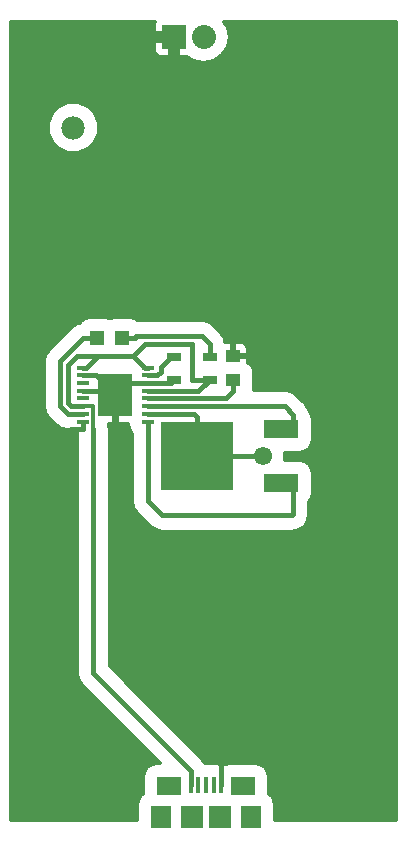
<source format=gbr>
G04 #@! TF.FileFunction,Copper,L1,Top,Signal*
%FSLAX46Y46*%
G04 Gerber Fmt 4.6, Leading zero omitted, Abs format (unit mm)*
G04 Created by KiCad (PCBNEW 4.0.3+e1-6302~38~ubuntu16.04.1-stable) date Thu Sep 15 15:36:45 2016*
%MOMM*%
%LPD*%
G01*
G04 APERTURE LIST*
%ADD10C,0.100000*%
%ADD11R,2.032000X2.032000*%
%ADD12O,2.032000X2.032000*%
%ADD13C,1.980000*%
%ADD14C,1.550000*%
%ADD15R,1.250000X1.000000*%
%ADD16R,1.198880X1.198880*%
%ADD17R,1.300000X0.700000*%
%ADD18R,1.050000X0.450000*%
%ADD19R,2.940000X3.580000*%
%ADD20R,3.000000X1.600000*%
%ADD21R,6.200000X5.800000*%
%ADD22R,1.800000X1.900000*%
%ADD23R,1.900000X1.900000*%
%ADD24R,2.100000X1.600000*%
%ADD25R,0.400000X1.350000*%
%ADD26C,0.450000*%
%ADD27C,1.000000*%
%ADD28C,0.350000*%
%ADD29C,0.300000*%
G04 APERTURE END LIST*
D10*
D11*
X154960000Y-52500000D03*
D12*
X157500000Y-52500000D03*
D13*
X146470000Y-60175000D03*
D14*
X150000000Y-70000000D03*
D15*
X160000000Y-81500000D03*
X160000000Y-79500000D03*
D16*
X150598040Y-78000000D03*
X148500000Y-78000000D03*
D17*
X158000000Y-81500000D03*
X158000000Y-79600000D03*
X155000000Y-79600000D03*
X155000000Y-81500000D03*
D18*
X152800000Y-85050000D03*
D19*
X150025000Y-82775000D03*
D18*
X152800000Y-83750000D03*
X152800000Y-84400000D03*
X152800000Y-83100000D03*
X152800000Y-82450000D03*
X152800000Y-81800000D03*
X152800000Y-81150000D03*
X152800000Y-80500000D03*
X147250000Y-85050000D03*
X147250000Y-84400000D03*
X147250000Y-83750000D03*
X147250000Y-83100000D03*
X147250000Y-82450000D03*
X147250000Y-81800000D03*
X147250000Y-81150000D03*
X147250000Y-80500000D03*
D20*
X164080000Y-90286000D03*
X164080000Y-85714000D03*
D21*
X156900000Y-88000000D03*
D22*
X161500000Y-118500000D03*
X153900000Y-118500000D03*
D23*
X156500000Y-118500000D03*
X158900000Y-118500000D03*
D24*
X154600000Y-115950000D03*
X160800000Y-115950000D03*
D25*
X156400000Y-115825000D03*
X157050000Y-115825000D03*
X157700000Y-115825000D03*
X158350000Y-115825000D03*
X159000000Y-115825000D03*
D14*
X162500000Y-88000000D03*
D26*
X152800000Y-83100000D02*
X159400000Y-83100000D01*
X159400000Y-83100000D02*
X160000000Y-82500000D01*
X160000000Y-82500000D02*
X160000000Y-81500000D01*
D27*
X154960000Y-52500000D02*
X153000000Y-52500000D01*
X154960000Y-52500000D02*
X154960000Y-54460000D01*
D26*
X159000000Y-114300000D02*
X159000000Y-114000000D01*
X146275000Y-85725000D02*
X146000000Y-86000000D01*
X147250000Y-85725000D02*
X146275000Y-85725000D01*
X147250000Y-85050000D02*
X147250000Y-85725000D01*
X147250000Y-81150000D02*
X148400000Y-81150000D01*
X148400000Y-81150000D02*
X150025000Y-82775000D01*
X159000000Y-115825000D02*
X159000000Y-114300000D01*
X150025000Y-82775000D02*
X150025000Y-86475000D01*
X150025000Y-86475000D02*
X150000000Y-86500000D01*
X152800000Y-81800000D02*
X154700000Y-81800000D01*
X154700000Y-81800000D02*
X155000000Y-81500000D01*
X152800000Y-81800000D02*
X151000000Y-81800000D01*
X151000000Y-81800000D02*
X150025000Y-82775000D01*
X147250000Y-82450000D02*
X149700000Y-82450000D01*
X149700000Y-82450000D02*
X150025000Y-82775000D01*
X158000000Y-78500000D02*
X157349990Y-77849990D01*
X157349990Y-77849990D02*
X151797490Y-77849990D01*
X151797490Y-77849990D02*
X151647480Y-78000000D01*
X151647480Y-78000000D02*
X150598040Y-78000000D01*
X158000000Y-78500000D02*
X158000000Y-79600000D01*
X148500000Y-78000000D02*
X147315746Y-78000000D01*
X145980747Y-84399999D02*
X146100001Y-84399999D01*
X147315746Y-78000000D02*
X145349990Y-79965756D01*
X145349990Y-79965756D02*
X145349990Y-83769242D01*
X145349990Y-83769242D02*
X145980747Y-84399999D01*
X147250000Y-84400000D02*
X146100001Y-84399999D01*
X156400000Y-115825000D02*
X156400000Y-114600000D01*
X156400000Y-114600000D02*
X148150001Y-106350001D01*
X148150001Y-106350001D02*
X148150000Y-85650000D01*
D28*
X148150000Y-85450000D02*
X148150000Y-85650000D01*
X148150000Y-84350000D02*
X148150000Y-85450000D01*
X148150000Y-83750000D02*
X148150000Y-84350000D01*
X147250000Y-83750000D02*
X148150000Y-83750000D01*
D26*
X147000000Y-79500000D02*
X146734998Y-79500000D01*
X146734998Y-79500000D02*
X146000000Y-80234998D01*
X146000000Y-80234998D02*
X146000000Y-83500000D01*
X146000000Y-83500000D02*
X146250000Y-83750000D01*
X147000000Y-79500000D02*
X148660000Y-79500000D01*
X148660000Y-79500000D02*
X151500000Y-79500000D01*
X147250000Y-80500000D02*
X147550000Y-80500000D01*
X147550000Y-80500000D02*
X148550000Y-79500000D01*
X148550000Y-79500000D02*
X148660000Y-79500000D01*
X152800000Y-82450000D02*
X157050000Y-82450000D01*
X157050000Y-82450000D02*
X158000000Y-81500000D01*
X152500000Y-78500000D02*
X151500000Y-79500000D01*
X156500000Y-78500000D02*
X152500000Y-78500000D01*
X156500000Y-81500000D02*
X156500000Y-78500000D01*
X158000000Y-81500000D02*
X156500000Y-81500000D01*
X151500000Y-79500000D02*
X152500000Y-80500000D01*
X152500000Y-80500000D02*
X152800000Y-80500000D01*
X147250000Y-83750000D02*
X146250000Y-83750000D01*
X152800000Y-81150000D02*
X153584998Y-81150000D01*
X153584998Y-81150000D02*
X153900000Y-80834998D01*
X153900000Y-80400000D02*
X154700000Y-79600000D01*
X153900000Y-80834998D02*
X153900000Y-80400000D01*
X154700000Y-79600000D02*
X155000000Y-79600000D01*
X165000000Y-93000000D02*
X165080000Y-92920000D01*
X165080000Y-92920000D02*
X165080000Y-90286000D01*
X154000000Y-93000000D02*
X165000000Y-93000000D01*
X152800000Y-91800000D02*
X154000000Y-93000000D01*
X152800000Y-85050000D02*
X152800000Y-91800000D01*
X152800000Y-83750000D02*
X164366000Y-83750000D01*
X164366000Y-83750000D02*
X165080000Y-84464000D01*
X165080000Y-84464000D02*
X165080000Y-85714000D01*
X162500000Y-88000000D02*
X156900000Y-88000000D01*
X152800000Y-84400000D02*
X156650000Y-84400000D01*
X156650000Y-84400000D02*
X156900000Y-84650000D01*
X156900000Y-84650000D02*
X156900000Y-88000000D01*
D29*
G36*
X153286000Y-51353115D02*
X153286000Y-52231500D01*
X153450500Y-52396000D01*
X154856000Y-52396000D01*
X154856000Y-52376000D01*
X155064000Y-52376000D01*
X155064000Y-52396000D01*
X155084000Y-52396000D01*
X155084000Y-52604000D01*
X155064000Y-52604000D01*
X155064000Y-54009500D01*
X155228500Y-54174000D01*
X156106884Y-54174000D01*
X156126772Y-54165762D01*
X156628674Y-54501123D01*
X157457566Y-54666000D01*
X157542434Y-54666000D01*
X158371326Y-54501123D01*
X159074027Y-54031593D01*
X159543557Y-53328892D01*
X159708434Y-52500000D01*
X159543557Y-51671108D01*
X159245477Y-51225000D01*
X173775000Y-51225000D01*
X173775000Y-118775000D01*
X163572529Y-118775000D01*
X163572529Y-117550000D01*
X163492341Y-117123836D01*
X163240478Y-116732430D01*
X163022529Y-116583512D01*
X163022529Y-115150000D01*
X162942341Y-114723836D01*
X162690478Y-114332430D01*
X162306179Y-114069850D01*
X161850000Y-113977471D01*
X159750000Y-113977471D01*
X159323836Y-114057659D01*
X159151056Y-114168840D01*
X159006179Y-114069850D01*
X158550000Y-113977471D01*
X158150000Y-113977471D01*
X158020411Y-114001855D01*
X157900000Y-113977471D01*
X157605962Y-113977471D01*
X157372272Y-113627728D01*
X157372269Y-113627726D01*
X149525001Y-105780457D01*
X149525000Y-85650000D01*
X149475000Y-85398634D01*
X149475000Y-85223000D01*
X149756500Y-85223000D01*
X149921000Y-85058500D01*
X149921000Y-82879000D01*
X149901000Y-82879000D01*
X149901000Y-82671000D01*
X149921000Y-82671000D01*
X149921000Y-82651000D01*
X150129000Y-82651000D01*
X150129000Y-82671000D01*
X150149000Y-82671000D01*
X150149000Y-82879000D01*
X150129000Y-82879000D01*
X150129000Y-85058500D01*
X150293500Y-85223000D01*
X151102471Y-85223000D01*
X151102471Y-85275000D01*
X151182659Y-85701164D01*
X151425000Y-86077772D01*
X151425000Y-91800000D01*
X151529666Y-92326190D01*
X151628303Y-92473811D01*
X151827728Y-92772272D01*
X153027728Y-93972272D01*
X153473810Y-94270334D01*
X154000000Y-94375000D01*
X165000000Y-94375000D01*
X165526190Y-94270334D01*
X165972272Y-93972272D01*
X166052272Y-93892272D01*
X166350334Y-93446190D01*
X166455000Y-92920000D01*
X166455000Y-91842426D01*
X166660150Y-91542179D01*
X166752529Y-91086000D01*
X166752529Y-89486000D01*
X166672341Y-89059836D01*
X166420478Y-88668430D01*
X166036179Y-88405850D01*
X165580000Y-88313471D01*
X164424727Y-88313471D01*
X164425274Y-87686529D01*
X165580000Y-87686529D01*
X166006164Y-87606341D01*
X166397570Y-87354478D01*
X166660150Y-86970179D01*
X166752529Y-86514000D01*
X166752529Y-84914000D01*
X166672341Y-84487836D01*
X166420478Y-84096430D01*
X166375815Y-84065913D01*
X166350334Y-83937810D01*
X166052272Y-83491728D01*
X166052269Y-83491726D01*
X165338272Y-82777728D01*
X165178542Y-82671000D01*
X164892190Y-82479666D01*
X164366000Y-82375000D01*
X161721589Y-82375000D01*
X161797529Y-82000000D01*
X161797529Y-81000000D01*
X161717341Y-80573836D01*
X161465478Y-80182430D01*
X161283000Y-80057748D01*
X161283000Y-79768500D01*
X161118500Y-79604000D01*
X160104000Y-79604000D01*
X160104000Y-79624000D01*
X159896000Y-79624000D01*
X159896000Y-79604000D01*
X159876000Y-79604000D01*
X159876000Y-79396000D01*
X159896000Y-79396000D01*
X159896000Y-78506500D01*
X160104000Y-78506500D01*
X160104000Y-79396000D01*
X161118500Y-79396000D01*
X161283000Y-79231500D01*
X161283000Y-78869116D01*
X161182826Y-78627273D01*
X160997727Y-78442175D01*
X160755885Y-78342000D01*
X160268500Y-78342000D01*
X160104000Y-78506500D01*
X159896000Y-78506500D01*
X159731500Y-78342000D01*
X159358129Y-78342000D01*
X159341282Y-78330489D01*
X159270334Y-77973810D01*
X158972272Y-77527728D01*
X158322262Y-76877718D01*
X158100686Y-76729666D01*
X157876180Y-76579656D01*
X157349990Y-76474990D01*
X151879895Y-76474990D01*
X151653659Y-76320410D01*
X151197480Y-76228031D01*
X149998600Y-76228031D01*
X149572436Y-76308219D01*
X149554000Y-76320082D01*
X149099440Y-76228031D01*
X147900560Y-76228031D01*
X147474396Y-76308219D01*
X147082990Y-76560082D01*
X146995047Y-76688791D01*
X146789556Y-76729666D01*
X146468212Y-76944381D01*
X146343474Y-77027728D01*
X144377718Y-78993484D01*
X144079656Y-79439566D01*
X143974990Y-79965756D01*
X143974990Y-83769242D01*
X144079656Y-84295432D01*
X144332497Y-84673836D01*
X144377718Y-84741514D01*
X145008475Y-85372271D01*
X145454557Y-85670333D01*
X145980747Y-85774999D01*
X146294447Y-85774999D01*
X146352273Y-85832825D01*
X146594115Y-85933000D01*
X146775000Y-85933000D01*
X146775001Y-106350001D01*
X146879667Y-106876191D01*
X147177729Y-107322273D01*
X153832928Y-113977471D01*
X153550000Y-113977471D01*
X153123836Y-114057659D01*
X152732430Y-114309522D01*
X152469850Y-114693821D01*
X152377471Y-115150000D01*
X152377471Y-116584016D01*
X152182430Y-116709522D01*
X151919850Y-117093821D01*
X151827471Y-117550000D01*
X151827471Y-118775000D01*
X141225000Y-118775000D01*
X141225000Y-60598805D01*
X144329629Y-60598805D01*
X144654739Y-61385629D01*
X145256205Y-61988146D01*
X146042460Y-62314628D01*
X146893805Y-62315371D01*
X147680629Y-61990261D01*
X148283146Y-61388795D01*
X148609628Y-60602540D01*
X148610371Y-59751195D01*
X148285261Y-58964371D01*
X147683795Y-58361854D01*
X146897540Y-58035372D01*
X146046195Y-58034629D01*
X145259371Y-58359739D01*
X144656854Y-58961205D01*
X144330372Y-59747460D01*
X144329629Y-60598805D01*
X141225000Y-60598805D01*
X141225000Y-52768500D01*
X153286000Y-52768500D01*
X153286000Y-53646885D01*
X153386175Y-53888727D01*
X153571273Y-54073826D01*
X153813116Y-54174000D01*
X154691500Y-54174000D01*
X154856000Y-54009500D01*
X154856000Y-52604000D01*
X153450500Y-52604000D01*
X153286000Y-52768500D01*
X141225000Y-52768500D01*
X141225000Y-51225000D01*
X153339067Y-51225000D01*
X153286000Y-51353115D01*
X153286000Y-51353115D01*
G37*
X153286000Y-51353115D02*
X153286000Y-52231500D01*
X153450500Y-52396000D01*
X154856000Y-52396000D01*
X154856000Y-52376000D01*
X155064000Y-52376000D01*
X155064000Y-52396000D01*
X155084000Y-52396000D01*
X155084000Y-52604000D01*
X155064000Y-52604000D01*
X155064000Y-54009500D01*
X155228500Y-54174000D01*
X156106884Y-54174000D01*
X156126772Y-54165762D01*
X156628674Y-54501123D01*
X157457566Y-54666000D01*
X157542434Y-54666000D01*
X158371326Y-54501123D01*
X159074027Y-54031593D01*
X159543557Y-53328892D01*
X159708434Y-52500000D01*
X159543557Y-51671108D01*
X159245477Y-51225000D01*
X173775000Y-51225000D01*
X173775000Y-118775000D01*
X163572529Y-118775000D01*
X163572529Y-117550000D01*
X163492341Y-117123836D01*
X163240478Y-116732430D01*
X163022529Y-116583512D01*
X163022529Y-115150000D01*
X162942341Y-114723836D01*
X162690478Y-114332430D01*
X162306179Y-114069850D01*
X161850000Y-113977471D01*
X159750000Y-113977471D01*
X159323836Y-114057659D01*
X159151056Y-114168840D01*
X159006179Y-114069850D01*
X158550000Y-113977471D01*
X158150000Y-113977471D01*
X158020411Y-114001855D01*
X157900000Y-113977471D01*
X157605962Y-113977471D01*
X157372272Y-113627728D01*
X157372269Y-113627726D01*
X149525001Y-105780457D01*
X149525000Y-85650000D01*
X149475000Y-85398634D01*
X149475000Y-85223000D01*
X149756500Y-85223000D01*
X149921000Y-85058500D01*
X149921000Y-82879000D01*
X149901000Y-82879000D01*
X149901000Y-82671000D01*
X149921000Y-82671000D01*
X149921000Y-82651000D01*
X150129000Y-82651000D01*
X150129000Y-82671000D01*
X150149000Y-82671000D01*
X150149000Y-82879000D01*
X150129000Y-82879000D01*
X150129000Y-85058500D01*
X150293500Y-85223000D01*
X151102471Y-85223000D01*
X151102471Y-85275000D01*
X151182659Y-85701164D01*
X151425000Y-86077772D01*
X151425000Y-91800000D01*
X151529666Y-92326190D01*
X151628303Y-92473811D01*
X151827728Y-92772272D01*
X153027728Y-93972272D01*
X153473810Y-94270334D01*
X154000000Y-94375000D01*
X165000000Y-94375000D01*
X165526190Y-94270334D01*
X165972272Y-93972272D01*
X166052272Y-93892272D01*
X166350334Y-93446190D01*
X166455000Y-92920000D01*
X166455000Y-91842426D01*
X166660150Y-91542179D01*
X166752529Y-91086000D01*
X166752529Y-89486000D01*
X166672341Y-89059836D01*
X166420478Y-88668430D01*
X166036179Y-88405850D01*
X165580000Y-88313471D01*
X164424727Y-88313471D01*
X164425274Y-87686529D01*
X165580000Y-87686529D01*
X166006164Y-87606341D01*
X166397570Y-87354478D01*
X166660150Y-86970179D01*
X166752529Y-86514000D01*
X166752529Y-84914000D01*
X166672341Y-84487836D01*
X166420478Y-84096430D01*
X166375815Y-84065913D01*
X166350334Y-83937810D01*
X166052272Y-83491728D01*
X166052269Y-83491726D01*
X165338272Y-82777728D01*
X165178542Y-82671000D01*
X164892190Y-82479666D01*
X164366000Y-82375000D01*
X161721589Y-82375000D01*
X161797529Y-82000000D01*
X161797529Y-81000000D01*
X161717341Y-80573836D01*
X161465478Y-80182430D01*
X161283000Y-80057748D01*
X161283000Y-79768500D01*
X161118500Y-79604000D01*
X160104000Y-79604000D01*
X160104000Y-79624000D01*
X159896000Y-79624000D01*
X159896000Y-79604000D01*
X159876000Y-79604000D01*
X159876000Y-79396000D01*
X159896000Y-79396000D01*
X159896000Y-78506500D01*
X160104000Y-78506500D01*
X160104000Y-79396000D01*
X161118500Y-79396000D01*
X161283000Y-79231500D01*
X161283000Y-78869116D01*
X161182826Y-78627273D01*
X160997727Y-78442175D01*
X160755885Y-78342000D01*
X160268500Y-78342000D01*
X160104000Y-78506500D01*
X159896000Y-78506500D01*
X159731500Y-78342000D01*
X159358129Y-78342000D01*
X159341282Y-78330489D01*
X159270334Y-77973810D01*
X158972272Y-77527728D01*
X158322262Y-76877718D01*
X158100686Y-76729666D01*
X157876180Y-76579656D01*
X157349990Y-76474990D01*
X151879895Y-76474990D01*
X151653659Y-76320410D01*
X151197480Y-76228031D01*
X149998600Y-76228031D01*
X149572436Y-76308219D01*
X149554000Y-76320082D01*
X149099440Y-76228031D01*
X147900560Y-76228031D01*
X147474396Y-76308219D01*
X147082990Y-76560082D01*
X146995047Y-76688791D01*
X146789556Y-76729666D01*
X146468212Y-76944381D01*
X146343474Y-77027728D01*
X144377718Y-78993484D01*
X144079656Y-79439566D01*
X143974990Y-79965756D01*
X143974990Y-83769242D01*
X144079656Y-84295432D01*
X144332497Y-84673836D01*
X144377718Y-84741514D01*
X145008475Y-85372271D01*
X145454557Y-85670333D01*
X145980747Y-85774999D01*
X146294447Y-85774999D01*
X146352273Y-85832825D01*
X146594115Y-85933000D01*
X146775000Y-85933000D01*
X146775001Y-106350001D01*
X146879667Y-106876191D01*
X147177729Y-107322273D01*
X153832928Y-113977471D01*
X153550000Y-113977471D01*
X153123836Y-114057659D01*
X152732430Y-114309522D01*
X152469850Y-114693821D01*
X152377471Y-115150000D01*
X152377471Y-116584016D01*
X152182430Y-116709522D01*
X151919850Y-117093821D01*
X151827471Y-117550000D01*
X151827471Y-118775000D01*
X141225000Y-118775000D01*
X141225000Y-60598805D01*
X144329629Y-60598805D01*
X144654739Y-61385629D01*
X145256205Y-61988146D01*
X146042460Y-62314628D01*
X146893805Y-62315371D01*
X147680629Y-61990261D01*
X148283146Y-61388795D01*
X148609628Y-60602540D01*
X148610371Y-59751195D01*
X148285261Y-58964371D01*
X147683795Y-58361854D01*
X146897540Y-58035372D01*
X146046195Y-58034629D01*
X145259371Y-58359739D01*
X144656854Y-58961205D01*
X144330372Y-59747460D01*
X144329629Y-60598805D01*
X141225000Y-60598805D01*
X141225000Y-52768500D01*
X153286000Y-52768500D01*
X153286000Y-53646885D01*
X153386175Y-53888727D01*
X153571273Y-54073826D01*
X153813116Y-54174000D01*
X154691500Y-54174000D01*
X154856000Y-54009500D01*
X154856000Y-52604000D01*
X153450500Y-52604000D01*
X153286000Y-52768500D01*
X141225000Y-52768500D01*
X141225000Y-51225000D01*
X153339067Y-51225000D01*
X153286000Y-51353115D01*
M02*

</source>
